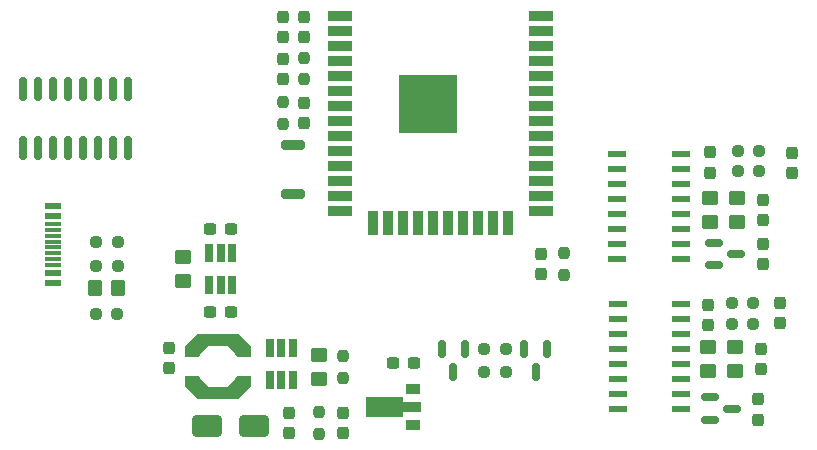
<source format=gbr>
%TF.GenerationSoftware,KiCad,Pcbnew,(7.0.0)*%
%TF.CreationDate,2023-04-13T18:09:42+05:30*%
%TF.ProjectId,smart_toilet,736d6172-745f-4746-9f69-6c65742e6b69,rev?*%
%TF.SameCoordinates,Original*%
%TF.FileFunction,Paste,Top*%
%TF.FilePolarity,Positive*%
%FSLAX46Y46*%
G04 Gerber Fmt 4.6, Leading zero omitted, Abs format (unit mm)*
G04 Created by KiCad (PCBNEW (7.0.0)) date 2023-04-13 18:09:42*
%MOMM*%
%LPD*%
G01*
G04 APERTURE LIST*
G04 Aperture macros list*
%AMRoundRect*
0 Rectangle with rounded corners*
0 $1 Rounding radius*
0 $2 $3 $4 $5 $6 $7 $8 $9 X,Y pos of 4 corners*
0 Add a 4 corners polygon primitive as box body*
4,1,4,$2,$3,$4,$5,$6,$7,$8,$9,$2,$3,0*
0 Add four circle primitives for the rounded corners*
1,1,$1+$1,$2,$3*
1,1,$1+$1,$4,$5*
1,1,$1+$1,$6,$7*
1,1,$1+$1,$8,$9*
0 Add four rect primitives between the rounded corners*
20,1,$1+$1,$2,$3,$4,$5,0*
20,1,$1+$1,$4,$5,$6,$7,0*
20,1,$1+$1,$6,$7,$8,$9,0*
20,1,$1+$1,$8,$9,$2,$3,0*%
%AMFreePoly0*
4,1,11,1.467500,1.700000,0.527500,0.844500,0.527500,-0.844500,1.467500,-1.700000,1.467500,-2.755000,0.527500,-2.755000,-0.527500,-1.700000,-0.527500,1.700000,0.527500,2.755000,1.467500,2.755000,1.467500,1.700000,1.467500,1.700000,$1*%
%AMFreePoly1*
4,1,11,0.527500,1.700000,0.527500,-1.700000,-0.527500,-2.755000,-1.467500,-2.755000,-1.467500,-1.700000,-0.527500,-0.844500,-0.527500,0.844500,-1.467500,1.700000,-1.467500,2.755000,-0.527500,2.755000,0.527500,1.700000,0.527500,1.700000,$1*%
%AMFreePoly2*
4,1,9,3.862500,-0.866500,0.737500,-0.866500,0.737500,-0.450000,-0.737500,-0.450000,-0.737500,0.450000,0.737500,0.450000,0.737500,0.866500,3.862500,0.866500,3.862500,-0.866500,3.862500,-0.866500,$1*%
G04 Aperture macros list end*
%ADD10RoundRect,0.250000X-0.450000X0.350000X-0.450000X-0.350000X0.450000X-0.350000X0.450000X0.350000X0*%
%ADD11RoundRect,0.250000X0.450000X-0.350000X0.450000X0.350000X-0.450000X0.350000X-0.450000X-0.350000X0*%
%ADD12RoundRect,0.250000X-0.350000X-0.450000X0.350000X-0.450000X0.350000X0.450000X-0.350000X0.450000X0*%
%ADD13RoundRect,0.150000X-0.587500X-0.150000X0.587500X-0.150000X0.587500X0.150000X-0.587500X0.150000X0*%
%ADD14RoundRect,0.237500X-0.237500X0.250000X-0.237500X-0.250000X0.237500X-0.250000X0.237500X0.250000X0*%
%ADD15RoundRect,0.237500X0.250000X0.237500X-0.250000X0.237500X-0.250000X-0.237500X0.250000X-0.237500X0*%
%ADD16RoundRect,0.237500X0.237500X-0.300000X0.237500X0.300000X-0.237500X0.300000X-0.237500X-0.300000X0*%
%ADD17R,1.450000X0.600000*%
%ADD18R,1.450000X0.300000*%
%ADD19RoundRect,0.250000X1.000000X0.650000X-1.000000X0.650000X-1.000000X-0.650000X1.000000X-0.650000X0*%
%ADD20RoundRect,0.200000X-0.800000X0.200000X-0.800000X-0.200000X0.800000X-0.200000X0.800000X0.200000X0*%
%ADD21R,0.650000X1.560000*%
%ADD22RoundRect,0.237500X-0.237500X0.300000X-0.237500X-0.300000X0.237500X-0.300000X0.237500X0.300000X0*%
%ADD23RoundRect,0.237500X0.237500X-0.287500X0.237500X0.287500X-0.237500X0.287500X-0.237500X-0.287500X0*%
%ADD24RoundRect,0.150000X-0.150000X0.587500X-0.150000X-0.587500X0.150000X-0.587500X0.150000X0.587500X0*%
%ADD25FreePoly0,270.000000*%
%ADD26FreePoly1,270.000000*%
%ADD27RoundRect,0.041300X0.748700X0.253700X-0.748700X0.253700X-0.748700X-0.253700X0.748700X-0.253700X0*%
%ADD28RoundRect,0.237500X-0.300000X-0.237500X0.300000X-0.237500X0.300000X0.237500X-0.300000X0.237500X0*%
%ADD29RoundRect,0.150000X-0.150000X0.825000X-0.150000X-0.825000X0.150000X-0.825000X0.150000X0.825000X0*%
%ADD30RoundRect,0.237500X-0.250000X-0.237500X0.250000X-0.237500X0.250000X0.237500X-0.250000X0.237500X0*%
%ADD31R,1.300000X0.900000*%
%ADD32FreePoly2,180.000000*%
%ADD33RoundRect,0.237500X0.237500X-0.250000X0.237500X0.250000X-0.237500X0.250000X-0.237500X-0.250000X0*%
%ADD34R,5.000000X5.000000*%
%ADD35R,2.000000X0.900000*%
%ADD36R,0.900000X2.000000*%
%ADD37RoundRect,0.237500X0.300000X0.237500X-0.300000X0.237500X-0.300000X-0.237500X0.300000X-0.237500X0*%
G04 APERTURE END LIST*
D10*
%TO.C,R4*%
X165850001Y-99412499D03*
X165850001Y-101412499D03*
%TD*%
%TO.C,R2*%
X165680001Y-112075001D03*
X165680001Y-114075001D03*
%TD*%
D11*
%TO.C,R8*%
X132750000Y-114750000D03*
X132750000Y-112750000D03*
%TD*%
D10*
%TO.C,R3*%
X168100001Y-99412500D03*
X168100001Y-101412500D03*
%TD*%
%TO.C,R1*%
X167930001Y-112074999D03*
X167930001Y-114074999D03*
%TD*%
D11*
%TO.C,R19*%
X121250000Y-106450000D03*
X121250000Y-104450000D03*
%TD*%
D12*
%TO.C,R16*%
X113750000Y-107000000D03*
X115750000Y-107000000D03*
%TD*%
D13*
%TO.C,Q2*%
X165812500Y-116300000D03*
X165812500Y-118200000D03*
X167687500Y-117250000D03*
%TD*%
D14*
%TO.C,R7*%
X134750000Y-112837500D03*
X134750000Y-114662500D03*
%TD*%
D15*
%TO.C,R11*%
X169505001Y-110074999D03*
X167680001Y-110074999D03*
%TD*%
D16*
%TO.C,C10*%
X169940001Y-118182500D03*
X169940001Y-116457500D03*
%TD*%
D17*
%TO.C,J5*%
X110244999Y-100109999D03*
X110244999Y-100909999D03*
D18*
X110244999Y-102109999D03*
X110244999Y-103109999D03*
X110244999Y-103609999D03*
X110244999Y-104609999D03*
D17*
X110244999Y-105809999D03*
X110244999Y-106609999D03*
X110244999Y-106609999D03*
X110244999Y-105809999D03*
D18*
X110244999Y-105109999D03*
X110244999Y-104109999D03*
X110244999Y-102609999D03*
X110244999Y-101609999D03*
D17*
X110244999Y-100909999D03*
X110244999Y-100109999D03*
%TD*%
D19*
%TO.C,D1*%
X127250000Y-118700000D03*
X123250000Y-118700000D03*
%TD*%
D20*
%TO.C,SW1*%
X130500000Y-94900000D03*
X130500000Y-99100000D03*
%TD*%
D16*
%TO.C,C2*%
X171790001Y-110024999D03*
X171790001Y-108299999D03*
%TD*%
D21*
%TO.C,U3*%
X128599999Y-114849999D03*
X129549999Y-114849999D03*
X130499999Y-114849999D03*
X130499999Y-112149999D03*
X129549999Y-112149999D03*
X128599999Y-112149999D03*
%TD*%
D16*
%TO.C,C11*%
X165680002Y-110187500D03*
X165680002Y-108462500D03*
%TD*%
D22*
%TO.C,C15*%
X134750000Y-117587500D03*
X134750000Y-119312500D03*
%TD*%
D23*
%TO.C,D2*%
X151500000Y-105875000D03*
X151500000Y-104125000D03*
%TD*%
D24*
%TO.C,Q3*%
X152012500Y-112237500D03*
X150112500Y-112237500D03*
X151062500Y-114112500D03*
%TD*%
D25*
%TO.C,L1*%
X124150000Y-111472500D03*
D26*
X124150000Y-115927500D03*
%TD*%
D24*
%TO.C,Q4*%
X145062500Y-112237500D03*
X143162500Y-112237500D03*
X144112500Y-114112500D03*
%TD*%
D27*
%TO.C,U2*%
X163350000Y-117270000D03*
X163350000Y-116000000D03*
X163350000Y-114730000D03*
X163350000Y-113460000D03*
X163350000Y-112190000D03*
X163350000Y-110920000D03*
X163350000Y-109650000D03*
X163350000Y-108380000D03*
X158010000Y-108380000D03*
X158010000Y-109650000D03*
X158010000Y-110920000D03*
X158010000Y-112190000D03*
X158010000Y-113460000D03*
X158010000Y-114730000D03*
X158010000Y-116000000D03*
X158010000Y-117270000D03*
%TD*%
D28*
%TO.C,C18*%
X123537500Y-109050000D03*
X125262500Y-109050000D03*
%TD*%
D22*
%TO.C,C7*%
X120000000Y-112087500D03*
X120000000Y-113812500D03*
%TD*%
D15*
%TO.C,R9*%
X146700000Y-114175000D03*
X148525000Y-114175000D03*
%TD*%
D16*
%TO.C,C13*%
X129700000Y-85825000D03*
X129700000Y-84100000D03*
%TD*%
D15*
%TO.C,R15*%
X115662500Y-109250000D03*
X113837500Y-109250000D03*
%TD*%
D29*
%TO.C,U5*%
X116560000Y-90230000D03*
X115290000Y-90230000D03*
X114020000Y-90230000D03*
X112750000Y-90230000D03*
X111480000Y-90230000D03*
X110210000Y-90230000D03*
X108940000Y-90230000D03*
X107670000Y-90230000D03*
X107670000Y-95180000D03*
X108940000Y-95180000D03*
X110210000Y-95180000D03*
X111480000Y-95180000D03*
X112750000Y-95180000D03*
X114020000Y-95180000D03*
X115290000Y-95180000D03*
X116560000Y-95180000D03*
%TD*%
D30*
%TO.C,R10*%
X167680000Y-108325000D03*
X169505000Y-108325000D03*
%TD*%
%TO.C,R12*%
X146700000Y-112175000D03*
X148525000Y-112175000D03*
%TD*%
D31*
%TO.C,U6*%
X140649999Y-118624999D03*
D32*
X140562500Y-117125000D03*
D31*
X140649999Y-115624999D03*
%TD*%
D13*
%TO.C,Q1*%
X166162501Y-103212500D03*
X166162501Y-105112500D03*
X168037501Y-104162500D03*
%TD*%
D22*
%TO.C,C12*%
X129700000Y-87612500D03*
X129700000Y-89337500D03*
%TD*%
D16*
%TO.C,C5*%
X172800000Y-97307500D03*
X172800000Y-95582500D03*
%TD*%
D33*
%TO.C,JP1*%
X129700000Y-93125000D03*
X129700000Y-91300000D03*
%TD*%
%TO.C,JP2*%
X132750000Y-119362500D03*
X132750000Y-117537500D03*
%TD*%
D16*
%TO.C,C6*%
X165850000Y-97275000D03*
X165850000Y-95550000D03*
%TD*%
D14*
%TO.C,R13*%
X131450000Y-87562500D03*
X131450000Y-89387500D03*
%TD*%
D34*
%TO.C,U4*%
X141999999Y-91494999D03*
D35*
X151499999Y-83994999D03*
X151499999Y-85264999D03*
X151499999Y-86534999D03*
X151499999Y-87804999D03*
X151499999Y-89074999D03*
X151499999Y-90344999D03*
X151499999Y-91614999D03*
X151499999Y-92884999D03*
X151499999Y-94154999D03*
X151499999Y-95424999D03*
X151499999Y-96694999D03*
X151499999Y-97964999D03*
X151499999Y-99234999D03*
X151499999Y-100504999D03*
D36*
X148714999Y-101504999D03*
X147444999Y-101504999D03*
X146174999Y-101504999D03*
X144904999Y-101504999D03*
X143634999Y-101504999D03*
X142364999Y-101504999D03*
X141094999Y-101504999D03*
X139824999Y-101504999D03*
X138554999Y-101504999D03*
X137284999Y-101504999D03*
D35*
X134499999Y-100504999D03*
X134499999Y-99234999D03*
X134499999Y-97964999D03*
X134499999Y-96694999D03*
X134499999Y-95424999D03*
X134499999Y-94154999D03*
X134499999Y-92884999D03*
X134499999Y-91614999D03*
X134499999Y-90344999D03*
X134499999Y-89074999D03*
X134499999Y-87804999D03*
X134499999Y-86534999D03*
X134499999Y-85264999D03*
X134499999Y-83994999D03*
%TD*%
D21*
%TO.C,U7*%
X123449999Y-106799999D03*
X124399999Y-106799999D03*
X125349999Y-106799999D03*
X125349999Y-104099999D03*
X124399999Y-104099999D03*
X123449999Y-104099999D03*
%TD*%
D15*
%TO.C,R17*%
X115700000Y-105150000D03*
X113875000Y-105150000D03*
%TD*%
D16*
%TO.C,C4*%
X170350000Y-101274999D03*
X170350000Y-99549999D03*
%TD*%
%TO.C,C14*%
X131450000Y-85825000D03*
X131450000Y-84100000D03*
%TD*%
D30*
%TO.C,R6*%
X168187501Y-95412500D03*
X170012501Y-95412500D03*
%TD*%
D16*
%TO.C,C1*%
X170180001Y-113937500D03*
X170180001Y-112212500D03*
%TD*%
D33*
%TO.C,R14*%
X153500000Y-105912500D03*
X153500000Y-104087500D03*
%TD*%
D16*
%TO.C,C3*%
X170350000Y-105025000D03*
X170350000Y-103300000D03*
%TD*%
D15*
%TO.C,R18*%
X115700000Y-103150000D03*
X113875000Y-103150000D03*
%TD*%
D28*
%TO.C,C17*%
X123537500Y-102050000D03*
X125262500Y-102050000D03*
%TD*%
D16*
%TO.C,C8*%
X130200000Y-119312500D03*
X130200000Y-117587500D03*
%TD*%
D37*
%TO.C,C16*%
X140762500Y-113375000D03*
X139037500Y-113375000D03*
%TD*%
D15*
%TO.C,R5*%
X170012499Y-97162500D03*
X168187499Y-97162500D03*
%TD*%
D22*
%TO.C,C9*%
X131500000Y-91337500D03*
X131500000Y-93062500D03*
%TD*%
D27*
%TO.C,U1*%
X163337500Y-104627501D03*
X163337500Y-103357501D03*
X163337500Y-102087501D03*
X163337500Y-100817501D03*
X163337500Y-99547501D03*
X163337500Y-98277501D03*
X163337500Y-97007501D03*
X163337500Y-95737501D03*
X157997500Y-95737501D03*
X157997500Y-97007501D03*
X157997500Y-98277501D03*
X157997500Y-99547501D03*
X157997500Y-100817501D03*
X157997500Y-102087501D03*
X157997500Y-103357501D03*
X157997500Y-104627501D03*
%TD*%
M02*

</source>
